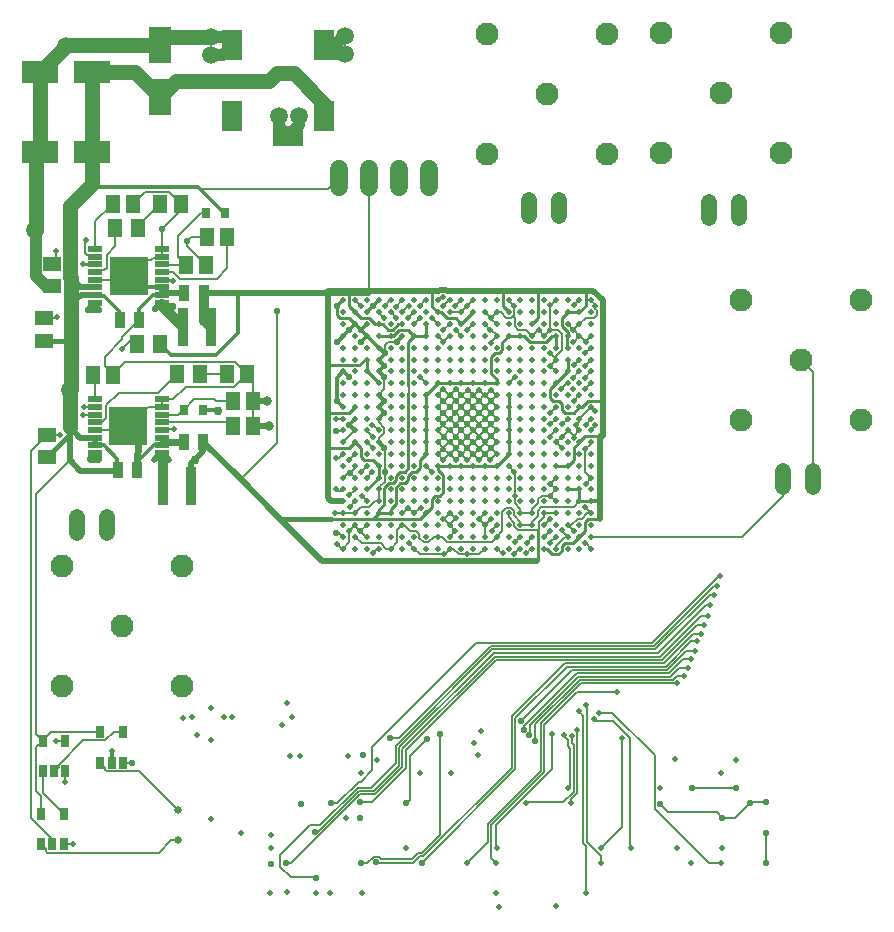
<source format=gbr>
G04 EAGLE Gerber RS-274X export*
G75*
%MOMM*%
%FSLAX34Y34*%
%LPD*%
%INTop Copper*%
%IPPOS*%
%AMOC8*
5,1,8,0,0,1.08239X$1,22.5*%
G01*
%ADD10C,1.943100*%
%ADD11R,1.300000X1.500000*%
%ADD12R,0.970000X1.470000*%
%ADD13R,0.690000X0.990000*%
%ADD14R,1.800000X2.500000*%
%ADD15R,2.500000X1.800000*%
%ADD16R,0.800000X0.950000*%
%ADD17R,1.500000X1.300000*%
%ADD18R,1.271900X0.581800*%
%ADD19R,3.300000X3.300000*%
%ADD20C,0.500000*%
%ADD21C,1.371600*%
%ADD22C,1.524000*%
%ADD23R,0.961800X3.341800*%
%ADD24R,1.850000X3.150000*%
%ADD25R,3.150000X1.850000*%
%ADD26C,0.508000*%
%ADD27C,0.609600*%
%ADD28C,0.304800*%
%ADD29C,0.553200*%
%ADD30C,1.500000*%
%ADD31C,0.825000*%
%ADD32C,0.203200*%
%ADD33C,0.503200*%
%ADD34C,1.016000*%
%ADD35C,0.127000*%
%ADD36C,0.254000*%
%ADD37C,1.270000*%
%ADD38C,0.750000*%
%ADD39C,0.406400*%
%ADD40C,0.152400*%
%ADD41C,0.675000*%
%ADD42C,0.812800*%


D10*
X585000Y732200D03*
X635800Y783000D03*
X534200Y783000D03*
X534200Y681400D03*
X635800Y681400D03*
X732200Y732900D03*
X783000Y783700D03*
X681400Y783700D03*
X681400Y682100D03*
X783000Y682100D03*
X800500Y506800D03*
X851300Y557600D03*
X749700Y557600D03*
X749700Y456000D03*
X851300Y456000D03*
D11*
X314100Y494800D03*
X331100Y494800D03*
X258000Y639100D03*
X275000Y639100D03*
X319000Y472300D03*
X336000Y472300D03*
X279500Y587400D03*
X296500Y587400D03*
D12*
X221800Y413700D03*
X238400Y413700D03*
X223400Y540700D03*
X240000Y540700D03*
X294200Y437400D03*
X277600Y437400D03*
X294900Y563200D03*
X278300Y563200D03*
D11*
X201000Y494500D03*
X218000Y494500D03*
X217700Y639100D03*
X234700Y639100D03*
X319100Y451100D03*
X336100Y451100D03*
X314400Y610600D03*
X297400Y610600D03*
D13*
X157000Y96800D03*
X166500Y96800D03*
X176000Y96800D03*
X176000Y122700D03*
X157000Y122700D03*
X207100Y165800D03*
X216600Y165800D03*
X226100Y165800D03*
X226100Y191700D03*
X207100Y191700D03*
X158300Y158600D03*
X167800Y158600D03*
X177300Y158600D03*
X177300Y184500D03*
X158300Y184500D03*
D14*
X396800Y713300D03*
X318800Y713300D03*
X396800Y773300D03*
X318800Y773300D03*
D15*
X365800Y696800D03*
D11*
X291200Y494900D03*
X272200Y494900D03*
X238900Y618300D03*
X219900Y618300D03*
D16*
X278300Y464200D03*
X294300Y464200D03*
X296400Y631300D03*
X312400Y631300D03*
D11*
X257500Y520500D03*
X238500Y520500D03*
D17*
X165900Y588400D03*
X165900Y569400D03*
X162000Y443600D03*
X162000Y424600D03*
X159700Y542100D03*
X159700Y523100D03*
D18*
X202583Y473650D03*
X202583Y467150D03*
X202583Y460650D03*
X202583Y454150D03*
X202583Y447650D03*
X202583Y441150D03*
X202583Y434650D03*
X202583Y428150D03*
X259017Y428150D03*
X259017Y434650D03*
X259017Y441150D03*
X259017Y447650D03*
X259017Y454150D03*
X259017Y460650D03*
X259017Y467150D03*
X259017Y473650D03*
D19*
X230800Y450900D03*
D20*
X412750Y557250D03*
X422750Y557250D03*
X432750Y557250D03*
X442750Y557250D03*
X452750Y557250D03*
X462750Y557250D03*
X472750Y557250D03*
X482750Y557250D03*
X492750Y557250D03*
X502750Y557250D03*
X512750Y557250D03*
X522750Y557250D03*
X532750Y557250D03*
X542750Y557250D03*
X552750Y557250D03*
X562750Y557250D03*
X572750Y557250D03*
X582750Y557250D03*
X592750Y557250D03*
X602750Y557250D03*
X612750Y557250D03*
X622750Y557250D03*
X412750Y547250D03*
X422750Y547250D03*
X432750Y547250D03*
X442750Y547250D03*
X452750Y547250D03*
X462750Y547250D03*
X472750Y547250D03*
X482750Y547250D03*
X492750Y547250D03*
X502750Y547250D03*
X512750Y547250D03*
X522750Y547250D03*
X532750Y547250D03*
X542750Y547250D03*
X552750Y547250D03*
X562750Y547250D03*
X572750Y547250D03*
X582750Y547250D03*
X592750Y547250D03*
X602750Y547250D03*
X612750Y547250D03*
X622750Y547250D03*
X412750Y537250D03*
X422750Y537250D03*
X432750Y537250D03*
X442750Y537250D03*
X452750Y537250D03*
X462750Y537250D03*
X472750Y537250D03*
X482750Y537250D03*
X492750Y537250D03*
X502750Y537250D03*
X512750Y537250D03*
X522750Y537250D03*
X532750Y537250D03*
X542750Y537250D03*
X552750Y537250D03*
X562750Y537250D03*
X572750Y537250D03*
X582750Y537250D03*
X592750Y537250D03*
X602750Y537250D03*
X612750Y537250D03*
X622750Y537250D03*
X412750Y527250D03*
X422750Y527250D03*
X432750Y527250D03*
X442750Y527250D03*
X452750Y527250D03*
X462750Y527250D03*
X472750Y527250D03*
X482750Y527250D03*
X492750Y527250D03*
X502750Y527250D03*
X512750Y527250D03*
X522750Y527250D03*
X532750Y527250D03*
X542750Y527250D03*
X552750Y527250D03*
X562750Y527250D03*
X572750Y527250D03*
X582750Y527250D03*
X592750Y527250D03*
X602750Y527250D03*
X612750Y527250D03*
X622750Y527250D03*
X412750Y517250D03*
X422750Y517250D03*
X432750Y517250D03*
X442750Y517250D03*
X452750Y517250D03*
X462750Y517250D03*
X472750Y517250D03*
X482750Y517250D03*
X492750Y517250D03*
X502750Y517250D03*
X512750Y517250D03*
X522750Y517250D03*
X532750Y517250D03*
X542750Y517250D03*
X552750Y517250D03*
X562750Y517250D03*
X572750Y517250D03*
X582750Y517250D03*
X592750Y517250D03*
X602750Y517250D03*
X612750Y517250D03*
X622750Y517250D03*
X412750Y507250D03*
X422750Y507250D03*
X432750Y507250D03*
X442750Y507250D03*
X452750Y507250D03*
X462750Y507250D03*
X472750Y507250D03*
X482750Y507250D03*
X492750Y507250D03*
X502750Y507250D03*
X512750Y507250D03*
X522750Y507250D03*
X532750Y507250D03*
X542750Y507250D03*
X552750Y507250D03*
X562750Y507250D03*
X572750Y507250D03*
X582750Y507250D03*
X592750Y507250D03*
X602750Y507250D03*
X612750Y507250D03*
X622750Y507250D03*
X412750Y497250D03*
X422750Y497250D03*
X432750Y497250D03*
X442750Y497250D03*
X452750Y497250D03*
X462750Y497250D03*
X472750Y497250D03*
X482750Y497250D03*
X492750Y497250D03*
X502750Y497250D03*
X512750Y497250D03*
X522750Y497250D03*
X532750Y497250D03*
X542750Y497250D03*
X552750Y497250D03*
X562750Y497250D03*
X572750Y497250D03*
X582750Y497250D03*
X592750Y497250D03*
X602750Y497250D03*
X612750Y497250D03*
X622750Y497250D03*
X412750Y487250D03*
X422750Y487250D03*
X432750Y487250D03*
X442750Y487250D03*
X452750Y487250D03*
X462750Y487250D03*
X472750Y487250D03*
X482750Y487250D03*
X492750Y487250D03*
X502750Y487250D03*
X512750Y487250D03*
X522750Y487250D03*
X532750Y487250D03*
X542750Y487250D03*
X552750Y487250D03*
X562750Y487250D03*
X572750Y487250D03*
X582750Y487250D03*
X592750Y487250D03*
X602750Y487250D03*
X612750Y487250D03*
X622750Y487250D03*
X412750Y477250D03*
X422750Y477250D03*
X432750Y477250D03*
X442750Y477250D03*
X452750Y477250D03*
X462750Y477250D03*
X472750Y477250D03*
X482750Y477250D03*
X492750Y477250D03*
X502750Y477250D03*
X512750Y477250D03*
X522750Y477250D03*
X532750Y477250D03*
X542750Y477250D03*
X552750Y477250D03*
X562750Y477250D03*
X572750Y477250D03*
X582750Y477250D03*
X592750Y477250D03*
X602750Y477250D03*
X612750Y477250D03*
X622750Y477250D03*
X412750Y467250D03*
X422750Y467250D03*
X432750Y467250D03*
X442750Y467250D03*
X452750Y467250D03*
X462750Y467250D03*
X472750Y467250D03*
X482750Y467250D03*
X492750Y467250D03*
X502750Y467250D03*
X512750Y467250D03*
X522750Y467250D03*
X532750Y467250D03*
X542750Y467250D03*
X552750Y467250D03*
X562750Y467250D03*
X572750Y467250D03*
X582750Y467250D03*
X592750Y467250D03*
X602750Y467250D03*
X612750Y467250D03*
X622750Y467250D03*
X412750Y457250D03*
X422750Y457250D03*
X432750Y457250D03*
X442750Y457250D03*
X452750Y457250D03*
X462750Y457250D03*
X472750Y457250D03*
X482750Y457250D03*
X492750Y457250D03*
X502750Y457250D03*
X512750Y457250D03*
X522750Y457250D03*
X532750Y457250D03*
X542750Y457250D03*
X552750Y457250D03*
X562750Y457250D03*
X572750Y457250D03*
X582750Y457250D03*
X592750Y457250D03*
X602750Y457250D03*
X612750Y457250D03*
X622750Y457250D03*
X412750Y447250D03*
X422750Y447250D03*
X432750Y447250D03*
X442750Y447250D03*
X452750Y447250D03*
X462750Y447250D03*
X472750Y447250D03*
X482750Y447250D03*
X492750Y447250D03*
X502750Y447250D03*
X512750Y447250D03*
X522750Y447250D03*
X532750Y447250D03*
X542750Y447250D03*
X552750Y447250D03*
X562750Y447250D03*
X572750Y447250D03*
X582750Y447250D03*
X592750Y447250D03*
X602750Y447250D03*
X612750Y447250D03*
X622750Y447250D03*
X412750Y437250D03*
X422750Y437250D03*
X432750Y437250D03*
X442750Y437250D03*
X452750Y437250D03*
X462750Y437250D03*
X472750Y437250D03*
X482750Y437250D03*
X492750Y437250D03*
X502750Y437250D03*
X512750Y437250D03*
X522750Y437250D03*
X532750Y437250D03*
X542750Y437250D03*
X552750Y437250D03*
X562750Y437250D03*
X572750Y437250D03*
X582750Y437250D03*
X592750Y437250D03*
X602750Y437250D03*
X612750Y437250D03*
X622750Y437250D03*
X412750Y427250D03*
X422750Y427250D03*
X432750Y427250D03*
X442750Y427250D03*
X452750Y427250D03*
X462750Y427250D03*
X472750Y427250D03*
X482750Y427250D03*
X492750Y427250D03*
X502750Y427250D03*
X512750Y427250D03*
X522750Y427250D03*
X532750Y427250D03*
X542750Y427250D03*
X552750Y427250D03*
X562750Y427250D03*
X572750Y427250D03*
X582750Y427250D03*
X592750Y427250D03*
X602750Y427250D03*
X612750Y427250D03*
X622750Y427250D03*
X412750Y417250D03*
X422750Y417250D03*
X432750Y417250D03*
X442750Y417250D03*
X452750Y417250D03*
X462750Y417250D03*
X472750Y417250D03*
X482750Y417250D03*
X492750Y417250D03*
X502750Y417250D03*
X512750Y417250D03*
X522750Y417250D03*
X532750Y417250D03*
X542750Y417250D03*
X552750Y417250D03*
X562750Y417250D03*
X572750Y417250D03*
X582750Y417250D03*
X592750Y417250D03*
X602750Y417250D03*
X612750Y417250D03*
X622750Y417250D03*
X412750Y407250D03*
X422750Y407250D03*
X432750Y407250D03*
X442750Y407250D03*
X452750Y407250D03*
X462750Y407250D03*
X472750Y407250D03*
X482750Y407250D03*
X492750Y407250D03*
X502750Y407250D03*
X512750Y407250D03*
X522750Y407250D03*
X532750Y407250D03*
X542750Y407250D03*
X552750Y407250D03*
X562750Y407250D03*
X572750Y407250D03*
X582750Y407250D03*
X592750Y407250D03*
X602750Y407250D03*
X612750Y407250D03*
X622750Y407250D03*
X412750Y397250D03*
X422750Y397250D03*
X432750Y397250D03*
X442750Y397250D03*
X452750Y397250D03*
X462750Y397250D03*
X472750Y397250D03*
X482750Y397250D03*
X492750Y397250D03*
X502750Y397250D03*
X512750Y397250D03*
X522750Y397250D03*
X532750Y397250D03*
X542750Y397250D03*
X552750Y397250D03*
X562750Y397250D03*
X572750Y397250D03*
X582750Y397250D03*
X592750Y397250D03*
X602750Y397250D03*
X612750Y397250D03*
X622750Y397250D03*
X412750Y387250D03*
X422750Y387250D03*
X432750Y387250D03*
X442750Y387250D03*
X452750Y387250D03*
X462750Y387250D03*
X472750Y387250D03*
X482750Y387250D03*
X492750Y387250D03*
X502750Y387250D03*
X512750Y387250D03*
X522750Y387250D03*
X532750Y387250D03*
X542750Y387250D03*
X552750Y387250D03*
X562750Y387250D03*
X572750Y387250D03*
X582750Y387250D03*
X592750Y387250D03*
X602750Y387250D03*
X612750Y387250D03*
X622750Y387250D03*
X412750Y377250D03*
X422750Y377250D03*
X432750Y377250D03*
X442750Y377250D03*
X452750Y377250D03*
X462750Y377250D03*
X472750Y377250D03*
X482750Y377250D03*
X492750Y377250D03*
X502750Y377250D03*
X512750Y377250D03*
X522750Y377250D03*
X532750Y377250D03*
X542750Y377250D03*
X552750Y377250D03*
X562750Y377250D03*
X572750Y377250D03*
X582750Y377250D03*
X592750Y377250D03*
X602750Y377250D03*
X612750Y377250D03*
X622750Y377250D03*
X412750Y367250D03*
X422750Y367250D03*
X432750Y367250D03*
X442750Y367250D03*
X452750Y367250D03*
X462750Y367250D03*
X472750Y367250D03*
X482750Y367250D03*
X492750Y367250D03*
X502750Y367250D03*
X512750Y367250D03*
X522750Y367250D03*
X532750Y367250D03*
X542750Y367250D03*
X552750Y367250D03*
X562750Y367250D03*
X572750Y367250D03*
X582750Y367250D03*
X592750Y367250D03*
X602750Y367250D03*
X612750Y367250D03*
X622750Y367250D03*
X412750Y357250D03*
X422750Y357250D03*
X432750Y357250D03*
X442750Y357250D03*
X452750Y357250D03*
X462750Y357250D03*
X472750Y357250D03*
X482750Y357250D03*
X492750Y357250D03*
X502750Y357250D03*
X512750Y357250D03*
X522750Y357250D03*
X532750Y357250D03*
X542750Y357250D03*
X552750Y357250D03*
X562750Y357250D03*
X572750Y357250D03*
X582750Y357250D03*
X592750Y357250D03*
X602750Y357250D03*
X612750Y357250D03*
X622750Y357250D03*
X412750Y347250D03*
X422750Y347250D03*
X432750Y347250D03*
X442750Y347250D03*
X452750Y347250D03*
X462750Y347250D03*
X472750Y347250D03*
X482750Y347250D03*
X492750Y347250D03*
X502750Y347250D03*
X512750Y347250D03*
X522750Y347250D03*
X532750Y347250D03*
X542750Y347250D03*
X552750Y347250D03*
X562750Y347250D03*
X572750Y347250D03*
X582750Y347250D03*
X592750Y347250D03*
X602750Y347250D03*
X612750Y347250D03*
X622750Y347250D03*
D18*
X202883Y600950D03*
X202883Y594450D03*
X202883Y587950D03*
X202883Y581450D03*
X202883Y574950D03*
X202883Y568450D03*
X202883Y561950D03*
X202883Y555450D03*
X259317Y555450D03*
X259317Y561950D03*
X259317Y568450D03*
X259317Y574950D03*
X259317Y581450D03*
X259317Y587950D03*
X259317Y594450D03*
X259317Y600950D03*
D19*
X231100Y578200D03*
D10*
X225800Y281500D03*
X276600Y332300D03*
X175000Y332300D03*
X175000Y230700D03*
X276600Y230700D03*
D21*
X212500Y360442D02*
X212500Y374158D01*
X187100Y374158D02*
X187100Y360442D01*
X785400Y399442D02*
X785400Y413158D01*
X810800Y413158D02*
X810800Y399442D01*
X722700Y627342D02*
X722700Y641058D01*
X748100Y641058D02*
X748100Y627342D01*
X570300Y629042D02*
X570300Y642758D01*
X595700Y642758D02*
X595700Y629042D01*
D22*
X485500Y653180D02*
X485500Y668420D01*
X460100Y668420D02*
X460100Y653180D01*
X434700Y653180D02*
X434700Y668420D01*
X409300Y668420D02*
X409300Y653180D01*
D23*
X260450Y400000D03*
X284150Y400000D03*
X277050Y534600D03*
X300750Y534600D03*
D24*
X258000Y729500D03*
X258000Y773500D03*
D25*
X199900Y750800D03*
X155900Y750800D03*
X200200Y683100D03*
X156200Y683100D03*
D26*
X260567Y563200D02*
X278300Y563200D01*
X260567Y563200D02*
X259790Y562423D01*
X259317Y562423D01*
X259317Y567977D01*
D27*
X262767Y437400D02*
X277600Y437400D01*
D28*
X259017Y434650D02*
X252250Y434650D01*
X238600Y421000D01*
X238400Y413700D01*
D27*
X238600Y443100D01*
X230800Y450900D01*
X241350Y440350D01*
D29*
X217900Y463800D03*
X244000Y463800D03*
X217600Y455700D03*
X217700Y447200D03*
X218100Y439200D03*
X243800Y438600D03*
X243500Y446600D03*
X243700Y454700D03*
X235600Y454900D03*
X226400Y455300D03*
X225800Y447500D03*
X235200Y447000D03*
X226000Y439500D03*
X234700Y439400D03*
X226700Y463800D03*
X235500Y463700D03*
X218200Y591200D03*
X244400Y591500D03*
X218400Y567100D03*
X244000Y567000D03*
X226400Y591200D03*
X234900Y591100D03*
X218200Y583800D03*
X218200Y575300D03*
X243900Y575200D03*
X243700Y583000D03*
X234800Y582800D03*
X226500Y583300D03*
X226300Y575200D03*
X234800Y575100D03*
X234900Y566700D03*
X226700Y566700D03*
D28*
X240200Y550400D02*
X251750Y561950D01*
X240200Y550400D02*
X240000Y540700D01*
X251750Y561950D02*
X259317Y561950D01*
D30*
X301100Y780100D03*
X300700Y765400D03*
X414200Y781400D03*
X414100Y765800D03*
X358700Y713200D03*
X374900Y713600D03*
X152100Y617200D03*
D31*
X349700Y451200D03*
D32*
X217250Y447650D02*
X202583Y447650D01*
X217250Y447650D02*
X217700Y447200D01*
X321100Y504800D02*
X331100Y494800D01*
X321100Y504800D02*
X228300Y504800D01*
X218000Y494500D01*
X322886Y486586D02*
X331100Y494800D01*
X322886Y486586D02*
X322886Y486353D01*
X279353Y483986D02*
X269017Y473650D01*
X259017Y473650D01*
X320519Y483986D02*
X322886Y486353D01*
X320519Y483986D02*
X279353Y483986D01*
X259017Y473650D02*
X259017Y467150D01*
X247350Y467150D01*
X244000Y463800D01*
D29*
X407400Y552400D03*
X437800Y552200D03*
X427600Y532300D03*
X417900Y532300D03*
X407500Y522500D03*
X427600Y522200D03*
X447800Y512600D03*
X458000Y522300D03*
X447600Y502200D03*
X447600Y492400D03*
X407400Y472300D03*
X447500Y472000D03*
X447200Y462100D03*
X447500Y432300D03*
X417700Y452100D03*
X418300Y410900D03*
X447900Y412000D03*
D33*
X405700Y377100D03*
X417900Y361900D03*
X427200Y361800D03*
X407700Y351100D03*
X468000Y351900D03*
X497500Y560300D03*
X497400Y522400D03*
X517900Y552300D03*
X537500Y542200D03*
X557200Y552700D03*
X537400Y532600D03*
X537500Y521300D03*
X578100Y532100D03*
X587400Y532000D03*
X588200Y553100D03*
X607500Y532200D03*
X626300Y552300D03*
X607500Y522500D03*
X618100Y522300D03*
X617500Y491800D03*
X587900Y512400D03*
X587800Y502200D03*
X626300Y463800D03*
X609800Y451600D03*
X587900Y462000D03*
X607800Y441200D03*
X597600Y441700D03*
X617800Y431100D03*
X597600Y432200D03*
X587600Y402100D03*
X587500Y392000D03*
X618000Y402200D03*
X617700Y382300D03*
X597900Y362700D03*
X617600Y351900D03*
X607700Y362100D03*
X557700Y343000D03*
X538100Y372300D03*
X517800Y342900D03*
X527600Y372400D03*
X497300Y372300D03*
X507800Y372800D03*
X507500Y362300D03*
X497700Y343000D03*
X557900Y392100D03*
X477700Y492100D03*
X557900Y492300D03*
X557700Y412300D03*
X487700Y412300D03*
X497600Y472400D03*
X508000Y472200D03*
X518000Y472100D03*
X527400Y472200D03*
X537800Y472200D03*
X537600Y462200D03*
X537900Y452300D03*
X537800Y442400D03*
X537500Y432400D03*
X537400Y422600D03*
X527800Y431800D03*
X527600Y422200D03*
X517600Y422500D03*
X507900Y422300D03*
X537800Y481700D03*
X527800Y481700D03*
X527900Y462400D03*
X527900Y452100D03*
X527700Y441900D03*
X517900Y432100D03*
X508100Y432200D03*
X517900Y442100D03*
X517700Y452300D03*
X517700Y462100D03*
X518000Y481800D03*
X508000Y481900D03*
X507600Y462200D03*
X508100Y451900D03*
X507900Y441800D03*
X497600Y431600D03*
X497500Y422500D03*
X497700Y442000D03*
X497500Y452600D03*
X497500Y462100D03*
X497500Y481900D03*
D29*
X417600Y492500D03*
D33*
X478200Y381900D03*
X467800Y381900D03*
X437700Y343300D03*
D31*
X348100Y472400D03*
D32*
X217850Y574950D02*
X202883Y574950D01*
X217850Y574950D02*
X218200Y575300D01*
X275000Y639100D02*
X265200Y648900D01*
X244500Y648900D02*
X234700Y639100D01*
X244500Y648900D02*
X265200Y648900D01*
X275000Y639100D02*
X275000Y635200D01*
X259317Y594450D02*
X258012Y593145D01*
X252011Y593145D01*
X250366Y591500D02*
X244400Y591500D01*
X250366Y591500D02*
X252011Y593145D01*
D28*
X245450Y568450D02*
X259317Y568450D01*
X245450Y568450D02*
X244000Y567000D01*
D34*
X301100Y780100D02*
X312000Y780100D01*
X318800Y773300D01*
X310900Y765400D02*
X300700Y765400D01*
X310900Y765400D02*
X318800Y773300D01*
X406100Y773300D02*
X414200Y781400D01*
X406100Y773300D02*
X396800Y773300D01*
X404300Y765800D02*
X414100Y765800D01*
X404300Y765800D02*
X396800Y773300D01*
X374900Y713600D02*
X374900Y705900D01*
X365800Y696800D01*
X358700Y703900D02*
X358700Y713200D01*
X358700Y703900D02*
X365800Y696800D01*
X165900Y569400D02*
X160920Y569400D01*
X152300Y578020D01*
X152300Y617000D02*
X152100Y617200D01*
X152300Y617000D02*
X152300Y578020D01*
D26*
X349600Y451100D02*
X349700Y451200D01*
X349600Y451100D02*
X336100Y451100D01*
X348000Y472300D02*
X348100Y472400D01*
X348000Y472300D02*
X336000Y472300D01*
D28*
X407400Y552400D02*
X412250Y557250D01*
X412750Y557250D01*
X422750Y537150D02*
X417900Y532300D01*
X422750Y537150D02*
X422750Y537250D01*
X422750Y537150D02*
X427600Y532300D01*
X432550Y537250D01*
X432750Y537250D01*
X427700Y532300D02*
X427600Y532300D01*
X427700Y532300D02*
X432750Y527250D01*
X427700Y522200D02*
X427600Y522200D01*
X427700Y522200D02*
X432750Y527250D01*
X412850Y527250D02*
X412750Y527250D01*
X412850Y527250D02*
X417900Y532300D01*
X412750Y527250D02*
X408000Y522500D01*
X407500Y522500D01*
X437800Y552300D02*
X442750Y557250D01*
X437800Y552300D02*
X437800Y552200D01*
X432850Y547250D01*
X432750Y547250D01*
X432750Y527250D02*
X442750Y517250D01*
X443150Y517250D01*
X447800Y512600D01*
X447800Y512300D01*
X442750Y507250D01*
X442750Y507050D01*
X447600Y502200D01*
X447600Y502100D01*
X442750Y497250D01*
X447600Y492400D01*
X442750Y457650D02*
X442750Y457250D01*
X442750Y457650D02*
X447200Y462100D01*
X447200Y462800D01*
X442750Y467250D01*
X447500Y472000D01*
X447500Y472500D01*
X442750Y477250D01*
X407700Y472300D02*
X407400Y472300D01*
X407700Y472300D02*
X412750Y467250D01*
X412750Y497250D02*
X412850Y497250D01*
X417600Y492500D01*
X417700Y452200D02*
X417700Y452100D01*
X417700Y452200D02*
X422750Y457250D01*
X417900Y452100D02*
X417700Y452100D01*
X417900Y452100D02*
X422750Y447250D01*
X442750Y437050D02*
X447500Y432300D01*
X442750Y437050D02*
X442750Y437250D01*
D35*
X592750Y349250D02*
X592750Y347250D01*
X592750Y349250D02*
X600750Y357250D01*
X602750Y357250D01*
X607600Y362100D02*
X607700Y362100D01*
X617600Y351900D02*
X618100Y351900D01*
X622750Y347250D01*
D32*
X607700Y362300D02*
X602750Y367250D01*
D35*
X607700Y362300D02*
X607700Y362100D01*
X602750Y357250D02*
X597900Y362100D01*
X597900Y362700D01*
X602450Y367250D02*
X602750Y367250D01*
D32*
X617700Y382300D02*
X622750Y377250D01*
D28*
X462750Y527050D02*
X462750Y527250D01*
X462750Y527050D02*
X458000Y522300D01*
D32*
X492750Y557250D02*
X495800Y560300D01*
X497500Y560300D01*
X502750Y547250D02*
X512750Y547250D01*
X517800Y552300D01*
X517900Y552300D01*
X517900Y552400D01*
X522750Y557250D01*
X532750Y547250D02*
X537500Y542500D01*
X537500Y542200D01*
X538000Y542500D02*
X542750Y547250D01*
X538000Y542500D02*
X537500Y542500D01*
X538000Y542000D02*
X542750Y537250D01*
X538000Y542000D02*
X538000Y542500D01*
X538100Y532600D02*
X537400Y532600D01*
X532750Y537250D01*
X532750Y537450D01*
X502250Y527250D02*
X497400Y522400D01*
X502250Y527250D02*
X502750Y527250D01*
X497400Y522600D02*
X497400Y522400D01*
X497400Y522600D02*
X492750Y527250D01*
X552750Y557150D02*
X557200Y552700D01*
X552750Y557150D02*
X552750Y557250D01*
X577600Y532100D02*
X572750Y527250D01*
X577600Y532100D02*
X578100Y532100D01*
X582750Y527450D01*
X582750Y527250D01*
X582750Y527350D01*
X587400Y532000D01*
X587400Y535132D01*
X587536Y535268D01*
X587536Y552436D02*
X588200Y553100D01*
X587536Y552436D02*
X587536Y535268D01*
X588200Y553100D02*
X588600Y553100D01*
X592750Y557250D01*
X622750Y557250D02*
X626300Y553700D01*
X626300Y552300D01*
X607500Y532500D02*
X602750Y537250D01*
X607500Y532500D02*
X607500Y532200D01*
X612550Y537250D01*
X612750Y537250D01*
X607800Y532200D02*
X607500Y532200D01*
X607800Y532200D02*
X612750Y527250D01*
X608000Y522500D01*
X607500Y522500D01*
X612750Y527250D02*
X613150Y527250D01*
X618100Y522300D01*
X618100Y522600D01*
X622750Y527250D01*
X592750Y507550D02*
X587900Y512400D01*
X592750Y507550D02*
X592750Y507250D01*
X592750Y507150D01*
X587800Y502200D01*
X592750Y497250D01*
X617500Y492000D02*
X617500Y491800D01*
X617500Y492000D02*
X622750Y497250D01*
X622750Y467350D02*
X626300Y463800D01*
X622750Y466150D02*
X622750Y467250D01*
X622750Y467350D01*
X621650Y466150D02*
X612750Y457250D01*
X621650Y466150D02*
X622750Y466150D01*
X592750Y466850D02*
X587900Y462000D01*
X592750Y466850D02*
X592750Y467250D01*
X612750Y457250D02*
X612750Y454550D01*
X609800Y451600D01*
X609800Y450200D01*
X612750Y447250D01*
X607800Y442300D02*
X607800Y441200D01*
X607800Y442300D02*
X612750Y447250D01*
X607800Y442200D02*
X607800Y441200D01*
X607800Y442200D02*
X602750Y447250D01*
X602750Y446850D02*
X597600Y441700D01*
X602750Y446850D02*
X602750Y447250D01*
X597600Y441700D02*
X593150Y437250D01*
X592750Y437250D01*
X597600Y432400D01*
X597600Y432200D01*
X617800Y431100D02*
X622750Y436050D01*
X622750Y437250D01*
X622750Y406950D02*
X618000Y402200D01*
X622750Y406950D02*
X622750Y407250D01*
X617800Y412200D01*
X617800Y431100D01*
X592750Y407250D02*
X587600Y402100D01*
X587900Y402100D01*
X592750Y397250D01*
X587500Y392000D01*
X588000Y392000D01*
X592750Y387250D01*
X572802Y377302D02*
X572750Y377250D01*
X572802Y377302D02*
X572802Y380503D01*
X577964Y389232D02*
X580768Y392036D01*
X584732Y392036D01*
X584768Y392000D01*
X587500Y392000D01*
X577964Y389232D02*
X577964Y385665D01*
X572802Y380503D01*
X619319Y377230D02*
X622730Y377230D01*
X622750Y377250D01*
X605982Y367250D02*
X602750Y367250D01*
X614725Y372636D02*
X619319Y377230D01*
X611368Y372636D02*
X605982Y367250D01*
X611368Y372636D02*
X614725Y372636D01*
X561950Y347250D02*
X557700Y343000D01*
X561950Y347250D02*
X562750Y347250D01*
X538100Y372300D02*
X533050Y367250D01*
X532750Y367250D01*
X527600Y372400D01*
X527900Y372400D01*
X532750Y377250D01*
X562750Y377250D02*
X562750Y380570D01*
X557900Y385420D01*
X557900Y392100D01*
X557900Y412100D01*
X557700Y412300D01*
X552750Y417250D01*
X487700Y412300D02*
X482750Y417250D01*
X537400Y422600D02*
X542050Y427250D01*
X542750Y427250D01*
X542650Y427250D01*
X537500Y432400D01*
X537900Y432400D01*
X542750Y437250D01*
X537800Y442200D01*
X537800Y442400D01*
X542650Y447250D01*
X542750Y447250D01*
X537900Y452100D01*
X537900Y452300D01*
X537900Y452400D01*
X542750Y457250D01*
X542550Y457250D01*
X537600Y462200D01*
X537700Y462200D01*
X537750Y462250D01*
X542750Y467250D01*
X537800Y472200D01*
X537800Y472300D01*
X542750Y477250D01*
X542250Y477250D01*
X537800Y481700D01*
X533350Y477250D01*
X532750Y477250D01*
X537800Y472200D01*
X532850Y467250D01*
X532750Y467250D01*
X537750Y462250D01*
X537600Y462200D02*
X537600Y462100D01*
X532750Y457250D01*
X533050Y457250D01*
X537900Y452400D01*
X537900Y452300D02*
X532850Y447250D01*
X532750Y447250D01*
X537800Y442200D01*
X537800Y442300D02*
X537800Y442400D01*
X537800Y442300D02*
X532750Y437250D01*
X532750Y477250D02*
X532250Y477250D01*
X527800Y481700D01*
X523350Y477250D01*
X522750Y477250D01*
X522550Y477250D01*
X518000Y481800D01*
X513450Y477250D01*
X512750Y477250D01*
X512650Y477250D01*
X508000Y481900D01*
X503350Y477250D01*
X502750Y477250D01*
X502150Y477250D01*
X497500Y481900D01*
X492850Y477250D01*
X492750Y477250D01*
X497600Y472400D01*
X497600Y472100D01*
X492750Y467250D01*
X492750Y466850D01*
X497500Y462100D01*
X497500Y462000D01*
X492750Y457250D01*
X492850Y457250D01*
X497500Y452600D01*
X497500Y452000D01*
X492750Y447250D01*
X492750Y446950D01*
X497700Y442000D01*
X492950Y437250D01*
X492750Y437250D01*
X497600Y432400D01*
X497600Y431600D02*
X493250Y427250D01*
X492750Y427250D01*
X497500Y422500D01*
X502250Y427250D01*
X502750Y427250D01*
X502950Y427250D01*
X507900Y422300D01*
X507900Y422400D01*
X512750Y427250D01*
X512850Y427250D01*
X517600Y422500D01*
X518000Y422500D01*
X522750Y427250D01*
X527600Y422400D01*
X527600Y422200D01*
X532650Y427250D01*
X532750Y427250D01*
X537400Y422600D01*
X528200Y431800D02*
X527800Y431800D01*
X528200Y431800D02*
X532750Y427250D01*
X527800Y431800D02*
X532750Y436750D01*
X532750Y437250D01*
X537500Y432000D02*
X532750Y427250D01*
X537500Y432000D02*
X537500Y432400D01*
X533150Y436750D01*
X532750Y436750D01*
X532750Y437250D02*
X528100Y441900D01*
X527700Y441900D01*
X527700Y442200D01*
X532750Y447250D01*
X527900Y452100D01*
X527900Y452400D01*
X532750Y457250D01*
X532750Y457550D01*
X527900Y462400D01*
X532750Y467250D01*
X532350Y467250D01*
X527400Y472200D01*
X527400Y472400D01*
X532250Y477250D01*
X477900Y492100D02*
X477700Y492100D01*
X477900Y492100D02*
X482750Y487250D01*
X552750Y487250D02*
X552850Y487250D01*
X557900Y492300D01*
X527400Y472200D02*
X523350Y476250D01*
X523350Y477250D01*
X522750Y477250D02*
X522750Y476850D01*
X518000Y472100D01*
X512850Y477250D01*
X512750Y477250D01*
X508000Y472500D01*
X508000Y472200D01*
X502950Y477250D01*
X502750Y477250D01*
X497900Y472400D01*
X497600Y472400D01*
X502750Y467250D01*
X507700Y472200D01*
X508000Y472200D01*
X512750Y467450D01*
X512750Y467250D01*
X517600Y472100D01*
X518000Y472100D01*
X522750Y467350D01*
X522750Y467250D01*
X522750Y467550D01*
X527400Y472200D01*
X527600Y462400D02*
X527900Y462400D01*
X527600Y462400D02*
X522750Y467250D01*
X522750Y467150D01*
X517700Y462100D01*
X517700Y462300D01*
X512750Y467250D01*
X507700Y462200D01*
X507600Y462200D01*
X502750Y467050D01*
X502750Y467250D01*
X497600Y462100D01*
X497500Y462100D01*
X502350Y457250D01*
X502750Y457250D01*
X507700Y462200D01*
X507600Y462200D02*
X507800Y462200D01*
X512750Y457250D01*
X512850Y457250D01*
X517700Y462100D01*
X517900Y462100D01*
X522750Y457250D01*
X527900Y462400D01*
X502150Y457250D02*
X497500Y452600D01*
X502150Y457250D02*
X502350Y457250D01*
X502750Y457250D02*
X508100Y451900D01*
X508100Y452600D01*
X512750Y457250D01*
X517700Y452300D01*
X517800Y452300D01*
X522750Y457250D01*
X523050Y457250D01*
X527900Y452400D01*
X527900Y452100D02*
X523050Y447250D01*
X522750Y447250D01*
X517700Y452300D01*
X517700Y452200D01*
X512750Y447250D01*
X508100Y451900D01*
X503450Y447250D01*
X502750Y447250D01*
X502250Y447250D01*
X497500Y452000D01*
X497700Y442700D02*
X497700Y442000D01*
X497700Y442700D02*
X502250Y447250D01*
X502750Y447250D02*
X507900Y442100D01*
X507900Y441800D01*
X507900Y442400D01*
X512750Y447250D01*
X517900Y442100D01*
X523050Y447250D01*
X522750Y447250D02*
X527700Y442300D01*
X527700Y441900D01*
X523050Y437250D01*
X522750Y437250D01*
X517900Y442100D01*
X513050Y437250D01*
X512750Y437250D01*
X512450Y437250D01*
X507900Y441800D01*
X503350Y437250D01*
X502750Y437250D01*
X502450Y437250D01*
X497700Y442000D01*
X497600Y432400D02*
X497600Y431600D01*
X497600Y432400D02*
X502450Y437250D01*
X502750Y437250D02*
X503050Y437250D01*
X508100Y432200D01*
X508100Y432600D01*
X512750Y437250D01*
X517900Y432100D01*
X517900Y432400D01*
X522750Y437250D01*
X528200Y431800D01*
X527800Y431800D02*
X523250Y427250D01*
X522750Y427250D01*
X517900Y432100D01*
X513050Y427250D01*
X512750Y427250D01*
X508100Y431900D01*
X508100Y432200D01*
X503150Y427250D01*
X502750Y427250D01*
X501950Y427250D01*
X497600Y431600D01*
X562750Y377250D02*
X572750Y377250D01*
X520768Y342464D02*
X520332Y342900D01*
X517800Y342900D01*
X527964Y342464D02*
X532750Y347250D01*
X527964Y342464D02*
X520768Y342464D01*
X532750Y357250D02*
X532750Y366950D01*
X533050Y367250D01*
X507800Y372800D02*
X507200Y372800D01*
X502750Y377250D01*
X497800Y372300D01*
X497300Y372300D01*
X497700Y372300D01*
X502750Y367250D01*
X502750Y367750D01*
X507800Y372800D01*
X502750Y367250D02*
X507500Y362500D01*
X507500Y362300D01*
X507500Y362000D01*
X502750Y357250D01*
X510768Y342464D02*
X514732Y342464D01*
X505982Y347250D02*
X502750Y347250D01*
X514732Y342464D02*
X515168Y342900D01*
X517800Y342900D01*
X510768Y342464D02*
X505982Y347250D01*
X502750Y347250D02*
X498500Y343000D01*
X497700Y343000D01*
X495268Y343000D01*
X494732Y342464D01*
X477536Y342464D01*
X472750Y347250D01*
X472650Y347250D01*
X468000Y351900D01*
X477400Y381900D02*
X478200Y381900D01*
X477400Y381900D02*
X472750Y377250D01*
X472450Y377250D01*
X467800Y381900D01*
X463150Y377250D01*
X462750Y377250D01*
X441650Y347250D02*
X437700Y343300D01*
X441650Y347250D02*
X442750Y347250D01*
X432750Y357250D02*
X431750Y357250D01*
X427200Y361800D01*
X427300Y361800D01*
X432750Y367250D01*
X427200Y361800D02*
X422750Y366250D01*
X422750Y367250D01*
X422750Y366750D01*
X417900Y361900D01*
X412750Y347250D02*
X411550Y347250D01*
X407700Y351100D01*
X412750Y347250D02*
X417900Y352400D01*
X417900Y361900D01*
X412750Y377250D02*
X405850Y377250D01*
X405700Y377100D01*
X412750Y377250D02*
X422750Y377250D01*
X412750Y407250D02*
X416400Y410900D01*
X418300Y410900D01*
X419100Y410900D01*
X422750Y407250D01*
X418300Y410900D02*
X422750Y415350D01*
X422750Y417250D01*
X442750Y397250D02*
X444234Y398734D01*
X444234Y400172D01*
X447900Y403838D01*
X447900Y412000D01*
X447900Y431900D01*
X447500Y432300D01*
X422750Y447250D02*
X412750Y437250D01*
X447536Y445268D02*
X447536Y449232D01*
X442750Y440482D02*
X442750Y437250D01*
X442750Y454018D02*
X442750Y457250D01*
X447536Y445268D02*
X442750Y440482D01*
X447536Y449232D02*
X442750Y454018D01*
X412750Y497218D02*
X412750Y497250D01*
D28*
X412750Y497218D02*
X407364Y491832D01*
D32*
X407364Y472336D02*
X407400Y472300D01*
D28*
X407364Y472336D02*
X407364Y491832D01*
D32*
X442750Y477250D02*
X447600Y482100D01*
X447600Y492400D01*
X422750Y537250D02*
X422550Y537250D01*
D36*
X410368Y542264D02*
X407464Y545168D01*
D32*
X407464Y552336D02*
X407400Y552400D01*
D36*
X417536Y542264D02*
X422550Y537250D01*
X407464Y545168D02*
X407464Y552336D01*
X410368Y542264D02*
X417536Y542264D01*
D32*
X447800Y512600D02*
X447964Y512764D01*
X447964Y519232D01*
X451032Y522300D01*
X458000Y522300D01*
X537500Y522000D02*
X537500Y521300D01*
X537500Y522000D02*
X542750Y527250D01*
X542750Y527950D01*
X538100Y532600D01*
X550768Y542464D02*
X554732Y542464D01*
X556134Y543866D01*
X557536Y545268D01*
X557536Y549232D01*
X545982Y547250D02*
X542750Y547250D01*
X557200Y549568D02*
X557536Y549232D01*
X557200Y549568D02*
X557200Y552700D01*
X550768Y542464D02*
X545982Y547250D01*
X557964Y535268D02*
X560768Y532464D01*
X567536Y532464D02*
X572750Y527250D01*
X557964Y542036D02*
X556134Y543866D01*
X560768Y532464D02*
X567536Y532464D01*
X557964Y535268D02*
X557964Y542036D01*
X590768Y532036D02*
X594732Y532036D01*
X597536Y529232D01*
X590732Y532000D02*
X587400Y532000D01*
X590732Y532000D02*
X590768Y532036D01*
X592750Y510482D02*
X592750Y507250D01*
X592750Y510482D02*
X597536Y515268D01*
X597536Y529232D01*
X624732Y542464D02*
X627536Y545268D01*
X627536Y549232D01*
X617964Y542464D02*
X612750Y537250D01*
X626300Y550468D02*
X627536Y549232D01*
X624732Y542464D02*
X617964Y542464D01*
X626300Y550468D02*
X626300Y552300D01*
X427964Y382464D02*
X422750Y377250D01*
X439518Y387250D02*
X442750Y387250D01*
X434732Y382464D02*
X427964Y382464D01*
X434732Y382464D02*
X439518Y387250D01*
X442750Y387250D02*
X442750Y397250D01*
X240000Y540700D02*
X225500Y526000D01*
X225500Y524400D01*
X210700Y509600D01*
X210700Y501800D01*
X218000Y494500D01*
X331100Y494800D02*
X336000Y489900D01*
X336000Y472300D01*
X336100Y472200D01*
X336100Y451100D01*
D29*
X234300Y165300D03*
D32*
X233800Y165800D02*
X226100Y165800D01*
X233800Y165800D02*
X234300Y165300D01*
D33*
X183900Y96800D03*
X177100Y149600D03*
D32*
X177100Y158400D01*
X177300Y158600D01*
X176000Y96800D02*
X183900Y96800D01*
D28*
X259017Y434650D02*
X261767Y437400D01*
X262767Y437400D01*
X259017Y434650D02*
X259017Y441150D01*
D29*
X259500Y618200D03*
X280700Y607300D03*
D32*
X259317Y600950D02*
X259317Y594450D01*
X259317Y600950D02*
X259317Y618017D01*
X259500Y618200D01*
X275000Y633700D01*
X275000Y639100D01*
X284000Y610600D02*
X280700Y607300D01*
X284000Y610600D02*
X297400Y610600D01*
X280700Y603200D02*
X296500Y587400D01*
X280700Y603200D02*
X280700Y607300D01*
D37*
X258000Y773500D02*
X178600Y773500D01*
X155900Y750800D01*
X155900Y683400D01*
X156200Y683100D01*
X152300Y679200D01*
X152300Y617000D01*
X264600Y780100D02*
X301100Y780100D01*
X264600Y780100D02*
X258000Y773500D01*
D30*
X178400Y772900D03*
D29*
X707600Y144200D03*
X745100Y144400D03*
D35*
X707800Y144400D01*
X707600Y144200D01*
D29*
X681100Y130600D03*
X733200Y119400D03*
X757100Y132100D03*
X771000Y132300D03*
D35*
X687900Y123800D02*
X681100Y130600D01*
X728800Y123800D02*
X733200Y119400D01*
X728800Y123800D02*
X687900Y123800D01*
X733200Y119400D02*
X744400Y119400D01*
X757100Y132100D01*
X758100Y132100D02*
X758300Y132300D01*
X758100Y132100D02*
X757100Y132100D01*
X758300Y132300D02*
X771000Y132300D01*
D28*
X221800Y413700D02*
X221600Y423149D01*
X210099Y434650D01*
X202583Y434650D01*
X203680Y561153D02*
X210400Y561153D01*
X203680Y561153D02*
X202883Y561950D01*
X223200Y548353D02*
X223400Y540700D01*
X223200Y548353D02*
X210400Y561153D01*
D37*
X181304Y577300D02*
X181304Y637300D01*
X182604Y576000D02*
X182604Y554000D01*
D26*
X190154Y568450D02*
X202883Y568450D01*
X190154Y568450D02*
X182604Y576000D01*
X181304Y577300D01*
X190554Y561950D02*
X202883Y561950D01*
X190554Y561950D02*
X182604Y554000D01*
X221800Y413700D02*
X220931Y413031D01*
D32*
X181300Y422000D02*
X181300Y449900D01*
X181300Y422000D02*
X152800Y393500D01*
X152800Y190000D01*
D30*
X181600Y481400D03*
D38*
X306700Y464000D03*
D28*
X312151Y631300D02*
X312400Y631300D01*
X312151Y631300D02*
X291726Y651726D01*
X290014Y653438D01*
X200562Y653438D01*
D37*
X396400Y713700D02*
X396800Y713300D01*
X396400Y713700D02*
X396400Y723900D01*
X370676Y749625D01*
D39*
X181300Y449900D02*
X181300Y443900D01*
X162000Y424600D01*
D26*
X190069Y413031D02*
X220931Y413031D01*
X181300Y421800D02*
X181300Y449900D01*
X181300Y421800D02*
X190069Y413031D01*
X202583Y434650D02*
X202583Y441150D01*
X190050Y441150D01*
X181300Y449900D01*
D37*
X182604Y529600D02*
X182604Y554000D01*
X182604Y529600D02*
X182604Y482404D01*
X181600Y481400D01*
X181300Y481100D01*
X181300Y449900D01*
D39*
X176104Y523100D02*
X159700Y523100D01*
X176104Y523100D02*
X182604Y529600D01*
D32*
X152800Y190000D02*
X158300Y184500D01*
X165500Y191700D01*
X207100Y191700D01*
X157000Y137389D02*
X157000Y122700D01*
X157000Y137389D02*
X152818Y141571D01*
X152818Y179018D01*
X158300Y184500D01*
D28*
X294300Y464200D02*
X306500Y464200D01*
X306700Y464000D01*
D35*
X291726Y651726D02*
X400126Y651726D01*
X404100Y655600D02*
X409300Y660800D01*
X404100Y655600D02*
X404000Y655600D01*
X400126Y651726D01*
D37*
X349700Y742900D02*
X356425Y749625D01*
X349700Y742900D02*
X271400Y742900D01*
X258000Y729500D01*
X356425Y749625D02*
X370676Y749625D01*
X258000Y729500D02*
X236700Y750800D01*
X199900Y750800D01*
X200200Y750500D01*
X200200Y683100D01*
X200200Y656197D01*
X181304Y637300D01*
D35*
X622750Y357250D02*
X750650Y357250D01*
X785400Y392000D02*
X785400Y406300D01*
X785400Y392000D02*
X750650Y357250D01*
D33*
X608100Y553200D03*
D40*
X612150Y557250D02*
X612750Y557250D01*
X612150Y557250D02*
X608100Y553200D01*
D33*
X169800Y184300D03*
D40*
X170000Y184500D01*
X177300Y184500D01*
D33*
X269200Y448400D03*
D40*
X259767Y448400D02*
X259017Y447650D01*
X259767Y448400D02*
X269200Y448400D01*
D33*
X538300Y362300D03*
D40*
X538300Y362800D01*
X542750Y367250D01*
D33*
X441700Y168600D03*
X587600Y371900D03*
D40*
X587400Y371900D02*
X582750Y367250D01*
X587400Y371900D02*
X587600Y371900D01*
D33*
X504100Y157600D03*
X588000Y362500D03*
D40*
X582750Y357250D01*
D33*
X693300Y169300D03*
X588000Y352000D03*
D40*
X588000Y352500D01*
X592750Y357250D01*
D33*
X745100Y168300D03*
X568100Y352200D03*
D40*
X572750Y356850D01*
X572750Y357250D01*
D33*
X427800Y157300D03*
X558300Y352500D03*
D40*
X562750Y356950D01*
X562750Y357250D01*
D33*
X523400Y182648D03*
X477900Y157000D03*
X567800Y343200D03*
D40*
X571850Y347250D01*
X572750Y347250D01*
D33*
X527200Y172800D03*
X681300Y144300D03*
X547800Y343100D03*
D40*
X546900Y343100D01*
X542750Y347250D01*
D33*
X529616Y192484D03*
X732600Y157000D03*
X497600Y532100D03*
D40*
X502750Y537250D01*
D33*
X701400Y239300D03*
D40*
X695120Y239300D01*
X691764Y235944D01*
X612793Y235944D01*
X575500Y198651D02*
X575500Y183900D01*
X575102Y183900D01*
D29*
X575102Y183900D03*
D40*
X575500Y198651D02*
X612793Y235944D01*
D29*
X427300Y119200D03*
X351650Y80150D03*
D33*
X468400Y552400D03*
D40*
X467900Y552400D02*
X462750Y547250D01*
X467900Y552400D02*
X468400Y552400D01*
D33*
X723050Y299250D03*
D40*
X719650Y299250D01*
X679396Y258996D02*
X540134Y258996D01*
X679396Y258996D02*
X719650Y299250D01*
X438791Y142094D02*
X426043Y142094D01*
X391349Y107400D01*
X388515Y107400D02*
X388507Y107393D01*
D29*
X388507Y107393D03*
D40*
X460000Y178862D02*
X540134Y258996D01*
X460000Y178862D02*
X460000Y163303D01*
X438791Y142094D01*
X391349Y107400D02*
X388515Y107400D01*
D33*
X497500Y552300D03*
D40*
X502450Y557250D01*
X502750Y557250D01*
D33*
X710700Y260500D03*
D40*
X703000Y260500D01*
X686826Y244326D02*
X606721Y244326D01*
X563447Y201053D01*
X686826Y244326D02*
X703000Y260500D01*
X563447Y201053D02*
X563330Y201170D01*
D29*
X563330Y201170D03*
X494400Y190400D03*
D40*
X494400Y104603D01*
X479291Y89494D02*
X476143Y89494D01*
X470743Y84094D01*
X444891Y84094D02*
X442687Y86298D01*
X438598Y86298D01*
X433200Y80900D02*
X427700Y80900D01*
D29*
X427700Y80900D03*
D40*
X479291Y89494D02*
X494400Y104603D01*
X470743Y84094D02*
X444891Y84094D01*
X438598Y86298D02*
X433200Y80900D01*
D33*
X587700Y452400D03*
D40*
X592550Y457250D01*
X592750Y457250D01*
D33*
X589700Y190000D03*
D40*
X589700Y160532D01*
X542300Y113132D01*
X542300Y94000D02*
X542600Y93700D01*
D33*
X542600Y93700D03*
D40*
X542300Y94000D02*
X542300Y113132D01*
D33*
X607400Y491900D03*
D40*
X612750Y497250D01*
D33*
X649066Y187034D03*
D40*
X649066Y111766D01*
X631200Y93900D01*
X631100Y94000D01*
D33*
X631100Y94000D03*
X608000Y472500D03*
D40*
X612750Y477250D01*
D33*
X624800Y203100D03*
D40*
X626500Y201400D02*
X641400Y201400D01*
X626500Y201400D02*
X624800Y203100D01*
X655900Y186900D02*
X655900Y94100D01*
X656300Y93700D01*
D33*
X656300Y93700D03*
D40*
X655900Y186900D02*
X641400Y201400D01*
D33*
X587800Y442000D03*
D40*
X587800Y442300D01*
X592750Y447250D01*
D33*
X695500Y93500D03*
X617800Y512600D03*
D40*
X622450Y517250D01*
X622750Y517250D01*
D33*
X733300Y93800D03*
X487800Y542300D03*
D40*
X492750Y537350D01*
X492750Y537250D01*
D33*
X704400Y246400D03*
D40*
X697100Y246400D01*
X689438Y238738D01*
X611635Y238738D01*
X570500Y197603D02*
X570500Y191700D01*
X569600Y190800D01*
X569600Y189800D01*
X570300Y189100D01*
D29*
X570300Y189100D03*
D40*
X570500Y197603D02*
X611635Y238738D01*
D29*
X429400Y172400D03*
X377300Y131300D03*
D33*
X477600Y552700D03*
D40*
X482150Y557250D01*
X482750Y557250D01*
D33*
X718200Y282900D03*
D40*
X712400Y282900D01*
X682208Y252708D02*
X542048Y252708D01*
X466200Y176860D01*
X682208Y252708D02*
X712400Y282900D01*
X466200Y176860D02*
X466200Y161600D01*
X436900Y132300D01*
X427400Y132300D01*
X427300Y132400D01*
D29*
X427300Y132400D03*
D33*
X447600Y542100D03*
D40*
X442750Y546950D01*
X442750Y547250D01*
D33*
X728800Y315700D03*
D40*
X726600Y315700D01*
X675484Y264584D02*
X537692Y264584D01*
X460008Y186900D01*
X452408Y186900D01*
X675484Y264584D02*
X726600Y315700D01*
D29*
X452408Y186900D03*
D33*
X617700Y482100D03*
D40*
X617700Y482200D01*
X622750Y487250D01*
D33*
X606100Y188400D03*
D40*
X606100Y182300D02*
X607900Y180500D01*
X606100Y182300D02*
X606100Y188400D01*
X607900Y180500D02*
X607900Y141300D01*
X598900Y132300D01*
X567800Y132300D01*
X567700Y132200D01*
X567700Y132100D01*
D33*
X567700Y132100D03*
X607600Y482100D03*
X610800Y193200D03*
D40*
X610800Y140000D01*
X605650Y134850D01*
X605650Y132150D01*
D33*
X605650Y132150D03*
X457800Y542200D03*
D40*
X452750Y547250D01*
D33*
X721250Y290250D03*
D40*
X715350Y290250D01*
X680602Y255502D02*
X540891Y255502D01*
X680602Y255502D02*
X715350Y290250D01*
X462800Y177411D02*
X462800Y162151D01*
X368650Y80750D02*
X364450Y80750D01*
X368650Y80750D02*
X427200Y139300D01*
D29*
X364450Y80750D03*
D40*
X462800Y177411D02*
X540891Y255502D01*
X462800Y162151D02*
X439949Y139300D01*
X427200Y139300D01*
D33*
X457600Y552100D03*
D40*
X462750Y557250D01*
D33*
X726250Y307650D03*
D40*
X722950Y307650D01*
X677090Y261790D02*
X538876Y261790D01*
X457206Y180120D01*
X677090Y261790D02*
X722950Y307650D01*
X457206Y180120D02*
X457206Y165500D01*
X436594Y144888D01*
X424885Y144888D01*
X392897Y112900D02*
X384700Y112900D01*
X359500Y87700D01*
X359500Y77400D01*
X368100Y68800D01*
X389200Y68800D02*
X389400Y68600D01*
D29*
X389400Y68600D03*
D40*
X392897Y112900D02*
X424885Y144888D01*
X389200Y68800D02*
X368100Y68800D01*
D33*
X467800Y542400D03*
D40*
X472650Y547250D01*
X472750Y547250D01*
D33*
X715800Y275200D03*
D40*
X709200Y275200D01*
X683914Y249914D02*
X600206Y249914D01*
X683914Y249914D02*
X709200Y275200D01*
X555600Y205308D02*
X555600Y204808D01*
X555506Y204714D01*
X555506Y161757D01*
X480449Y86700D02*
X477300Y86700D01*
X555600Y205308D02*
X600206Y249914D01*
X555506Y161757D02*
X480449Y86700D01*
X477300Y86700D02*
X471900Y81300D01*
X440700Y81300D01*
X440700Y81500D01*
D29*
X440700Y81500D03*
D33*
X477600Y542300D03*
D40*
X477600Y542100D01*
X472750Y537250D01*
D33*
X711900Y268600D03*
D40*
X711806Y268694D01*
X707243Y268694D01*
X685669Y247120D01*
X601863Y247120D01*
X558300Y160600D02*
X479000Y81300D01*
X479050Y81250D01*
D29*
X479050Y81250D03*
D40*
X558300Y203557D02*
X601863Y247120D01*
X558300Y203557D02*
X558300Y160600D01*
D33*
X507900Y532200D03*
D40*
X512750Y527350D01*
X512750Y527250D01*
D33*
X695402Y233150D03*
D40*
X613950Y233150D01*
X580000Y158735D02*
X535206Y113941D01*
X535206Y98806D02*
X517600Y81200D01*
X535206Y98806D02*
X535206Y113941D01*
X517600Y81200D02*
X517100Y81200D01*
D33*
X517100Y81200D03*
D40*
X580000Y199200D02*
X613950Y233150D01*
X580000Y199200D02*
X580000Y158735D01*
D33*
X607900Y502400D03*
D40*
X612750Y507250D01*
D33*
X644900Y226000D03*
D40*
X610900Y226000D01*
X582900Y198000D02*
X582900Y157683D01*
X542300Y81300D02*
X541900Y81300D01*
D33*
X542300Y81300D03*
D40*
X582900Y198000D02*
X610900Y226000D01*
X582900Y157683D02*
X538000Y112783D01*
X538000Y85200D01*
X541900Y81300D01*
D33*
X626300Y452200D03*
D40*
X626300Y450800D01*
X622750Y447250D01*
D33*
X618524Y214576D03*
D40*
X618924Y214176D01*
X618924Y99176D01*
X631300Y86800D02*
X631300Y80900D01*
D33*
X631300Y80900D03*
D40*
X631300Y86800D02*
X618924Y99176D01*
D33*
X617700Y502200D03*
D40*
X622750Y507250D01*
D33*
X707500Y81200D03*
X597500Y482200D03*
D40*
X602550Y487250D01*
X602750Y487250D01*
D33*
X629264Y208400D03*
D40*
X640464Y208400D02*
X676300Y172564D01*
X640464Y208400D02*
X629264Y208400D01*
X676300Y172564D02*
X676300Y126900D01*
X722500Y80700D01*
X732200Y80700D02*
X732400Y80900D01*
D33*
X732400Y80900D03*
D40*
X732200Y80700D02*
X722500Y80700D01*
D33*
X418000Y392200D03*
D40*
X422750Y396950D01*
X422750Y397250D01*
D33*
X368949Y204749D03*
X326500Y106600D03*
X418000Y422400D03*
D40*
X422750Y427150D01*
X422750Y427250D01*
D33*
X318600Y204800D03*
X351600Y94100D03*
X427400Y412200D03*
D40*
X432450Y417250D01*
X432750Y417250D01*
D33*
X376047Y171347D03*
X466100Y93400D03*
X428200Y392000D03*
D40*
X432750Y387450D01*
X432750Y387250D01*
D33*
X364724Y216324D03*
X301000Y118600D03*
X437200Y412100D03*
D40*
X437200Y411700D02*
X432750Y407250D01*
X437200Y411700D02*
X437200Y412100D01*
D33*
X361300Y197700D03*
X351800Y105000D03*
X418100Y382500D03*
D40*
X418100Y382600D01*
X422750Y387250D01*
D33*
X416600Y171800D03*
X415300Y119100D03*
X438000Y432100D03*
D40*
X432850Y437250D02*
X432750Y437250D01*
X432850Y437250D02*
X438000Y432100D01*
D33*
X300500Y185200D03*
X364700Y56300D03*
X437300Y452100D03*
X300500Y212100D03*
X401900Y55700D03*
D40*
X442750Y447250D02*
X437900Y452100D01*
X437300Y452100D01*
D33*
X406400Y457000D03*
D40*
X406650Y457250D01*
X412750Y457250D01*
D33*
X276800Y204100D03*
X544400Y43900D03*
X406500Y423700D03*
D40*
X409200Y423700D01*
X412750Y427250D01*
D33*
X288900Y189500D03*
X350900Y55200D03*
X437700Y442000D03*
X311416Y204984D03*
X389900Y55600D03*
D40*
X437700Y442000D02*
X432750Y446950D01*
X432750Y447250D01*
D33*
X284500Y204300D03*
X428700Y55500D03*
D40*
X412613Y447113D02*
X412750Y447250D01*
X412613Y447113D02*
X406598Y447113D01*
D29*
X406598Y447113D03*
D33*
X517800Y532500D03*
D40*
X522550Y537250D01*
X522750Y537250D01*
D33*
X593100Y44300D03*
X617900Y451900D03*
D40*
X622750Y456750D02*
X622750Y457250D01*
X622750Y456750D02*
X617900Y451900D01*
D33*
X612200Y209600D03*
X618600Y55500D03*
D40*
X615930Y205870D02*
X612200Y209600D01*
X615930Y205870D02*
X615930Y98218D01*
X618600Y95549D02*
X618600Y55500D01*
X618600Y95549D02*
X615930Y98218D01*
D33*
X447800Y552500D03*
D40*
X452550Y557250D01*
X452750Y557250D01*
D33*
X732100Y324200D03*
D40*
X730600Y324200D01*
X673778Y267378D02*
X525462Y267378D01*
X673778Y267378D02*
X730600Y324200D01*
X437100Y179017D02*
X437100Y159700D01*
X427400Y150000D01*
X426000Y150000D01*
X407500Y131500D01*
X402600Y131500D01*
D29*
X402600Y131500D03*
D40*
X437100Y179017D02*
X525462Y267378D01*
D33*
X507600Y552400D03*
D40*
X512450Y557250D01*
X512750Y557250D01*
D33*
X707400Y253400D03*
D40*
X700149Y253400D01*
X688281Y241532D01*
X610478Y241532D01*
X565900Y196954D02*
X565900Y196700D01*
X565540Y196340D01*
X565540Y193960D01*
D29*
X565540Y193960D03*
D40*
X565900Y196954D02*
X610478Y241532D01*
D29*
X483449Y186051D03*
D40*
X468994Y171597D01*
X466100Y131800D02*
X466100Y131700D01*
D29*
X466100Y131700D03*
D40*
X468994Y134694D02*
X468994Y171597D01*
X468994Y134694D02*
X466100Y131800D01*
D33*
X598100Y452300D03*
X599250Y189650D03*
D40*
X602650Y180150D02*
X604900Y177900D01*
X602650Y185150D02*
X599250Y188550D01*
X599250Y189650D01*
X602650Y185150D02*
X602650Y180150D01*
X604900Y146400D02*
X603400Y144900D01*
D33*
X603400Y144900D03*
D40*
X604900Y146400D02*
X604900Y177900D01*
X598100Y452600D02*
X602750Y457250D01*
X598100Y452600D02*
X598100Y452300D01*
D41*
X273200Y125600D03*
D40*
X212308Y158818D02*
X211118Y160008D01*
X211118Y161782D01*
X207100Y165800D01*
X239982Y158818D02*
X273200Y125600D01*
X239982Y158818D02*
X212308Y158818D01*
D41*
X273000Y100400D03*
D32*
X157000Y97139D02*
X157000Y96800D01*
D40*
X266956Y100400D02*
X273000Y100400D01*
X162208Y89818D02*
X161018Y91008D01*
X161018Y93121D01*
X157000Y97139D01*
X256374Y89818D02*
X266956Y100400D01*
X256374Y89818D02*
X162208Y89818D01*
D29*
X770600Y106600D03*
X770800Y81000D03*
D35*
X770600Y81200D01*
X770600Y106600D01*
D36*
X482750Y477250D02*
X492750Y487250D01*
X502750Y487250D01*
X512750Y487250D01*
X522750Y487250D01*
X532750Y487250D01*
X542750Y487250D01*
X552750Y477250D02*
X552750Y467250D01*
X552750Y457250D01*
X552750Y447250D01*
X552750Y437250D01*
X552750Y427250D01*
X532750Y417250D02*
X522750Y417250D01*
X512750Y417250D01*
X502750Y417250D01*
X492750Y417250D01*
X482750Y427250D02*
X482750Y437250D01*
X482750Y447250D01*
X482750Y457250D01*
X482750Y467250D01*
X482750Y477250D01*
X452750Y377250D02*
X442750Y377250D01*
X487964Y389232D02*
X490768Y392036D01*
X492750Y414018D02*
X492750Y417250D01*
X487964Y382464D02*
X482750Y377250D01*
X497536Y409232D02*
X492750Y414018D01*
X487964Y389232D02*
X487964Y382464D01*
X494304Y392036D02*
X497536Y395268D01*
X494304Y392036D02*
X490768Y392036D01*
X497536Y395268D02*
X497536Y409232D01*
X592750Y517250D02*
X592750Y527250D01*
X589518Y527250D01*
X565982Y527250D02*
X562750Y527250D01*
X584732Y522464D02*
X589518Y527250D01*
X570768Y522464D02*
X565982Y527250D01*
X570768Y522464D02*
X584732Y522464D01*
X562750Y527250D02*
X552750Y527250D01*
X547536Y515268D02*
X544732Y512464D01*
X542750Y490482D02*
X542750Y487250D01*
X547536Y522036D02*
X552750Y527250D01*
X537964Y495268D02*
X542750Y490482D01*
X547536Y515268D02*
X547536Y522036D01*
X541196Y512464D02*
X537964Y509232D01*
X541196Y512464D02*
X544732Y512464D01*
X537964Y509232D02*
X537964Y495268D01*
X482750Y527250D02*
X472750Y527250D01*
X482750Y527250D02*
X482750Y537250D01*
X472750Y527250D02*
X467650Y532350D01*
X459850Y532350D01*
X454750Y527250D01*
D40*
X452750Y527250D01*
D36*
X442750Y527250D01*
X477536Y415268D02*
X474732Y412464D01*
X467536Y405268D02*
X464732Y402464D01*
X477536Y422036D02*
X482750Y427250D01*
X452750Y380482D02*
X452750Y377250D01*
X477536Y415268D02*
X477536Y422036D01*
X457536Y385268D02*
X452750Y380482D01*
X471196Y412464D02*
X474732Y412464D01*
X471196Y412464D02*
X467536Y408804D01*
X467536Y405268D01*
X464732Y402464D02*
X461196Y402464D01*
X457536Y398804D01*
X457536Y385268D01*
X437750Y372250D02*
X402250Y372250D01*
X437750Y372250D02*
X442750Y377250D01*
D26*
X325900Y405900D02*
X294200Y437400D01*
X325900Y405900D02*
X355900Y375900D01*
D36*
X447536Y384968D02*
X447536Y398804D01*
X451196Y402464D02*
X454732Y402464D01*
X457536Y405268D01*
X457536Y408804D01*
X461196Y412464D01*
X464732Y412464D01*
D32*
X467964Y479232D02*
X468000Y479268D01*
D36*
X467964Y415696D02*
X464732Y412464D01*
X467964Y415696D02*
X467964Y479232D01*
D32*
X468000Y485232D02*
X467964Y485268D01*
D36*
X467964Y522464D01*
X472750Y527250D01*
X451196Y402464D02*
X447536Y398804D01*
D32*
X468000Y479268D02*
X468000Y485232D01*
D26*
X355900Y375900D02*
X395160Y336640D01*
D40*
X582750Y377250D02*
X592750Y377250D01*
D32*
X582750Y377250D02*
X582750Y373850D01*
X578200Y369300D01*
X578200Y362700D01*
D33*
X192900Y467100D03*
D36*
X437750Y372250D02*
X477750Y372250D01*
X482750Y377250D01*
D26*
X395160Y336640D02*
X576640Y336640D01*
D32*
X577800Y362700D02*
X560891Y362700D01*
D40*
X577800Y362700D02*
X578200Y362700D01*
D36*
X442750Y377250D02*
X442750Y380182D01*
X447536Y384968D01*
D32*
X356600Y436600D02*
X325900Y405900D01*
X356600Y547900D02*
X356400Y548100D01*
D29*
X356400Y548100D03*
D32*
X356600Y547900D02*
X356600Y436600D01*
X192950Y467150D02*
X192900Y467100D01*
X192950Y467150D02*
X202583Y467150D01*
D36*
X532750Y417250D02*
X542750Y417250D01*
X552750Y427250D01*
D32*
X557628Y368822D02*
X557628Y365963D01*
X552750Y373700D02*
X552750Y377250D01*
X552750Y373700D02*
X557628Y368822D01*
X557628Y365963D02*
X560891Y362700D01*
D36*
X577800Y337800D02*
X576640Y336640D01*
X577800Y337800D02*
X577800Y362700D01*
D38*
X286800Y422600D03*
D26*
X294400Y430200D01*
X294200Y437400D01*
X284150Y419950D02*
X284150Y400000D01*
X284150Y419950D02*
X286800Y422600D01*
D39*
X359550Y372250D02*
X402250Y372250D01*
X359550Y372250D02*
X355900Y375900D01*
D33*
X192400Y460500D03*
X172800Y443700D03*
D32*
X148514Y430114D02*
X148514Y118986D01*
X166500Y101000D02*
X166500Y96800D01*
X166500Y101000D02*
X148514Y118986D01*
X148514Y430114D02*
X162000Y443600D01*
D33*
X269000Y573800D03*
D36*
X267850Y574950D02*
X259317Y574950D01*
X267850Y574950D02*
X269000Y573800D01*
D32*
X192550Y460650D02*
X192400Y460500D01*
X192550Y460650D02*
X202583Y460650D01*
X172800Y443700D02*
X172700Y443600D01*
X162000Y443600D01*
X256145Y478845D02*
X272200Y494900D01*
X208584Y454150D02*
X202583Y454150D01*
X208584Y454150D02*
X212014Y457580D01*
X212014Y468347D01*
X222512Y478845D01*
X256145Y478845D01*
X291200Y494900D02*
X314000Y494900D01*
X314100Y494800D01*
X316050Y454150D02*
X259017Y454150D01*
X316050Y454150D02*
X319100Y451100D01*
X202583Y473650D02*
X202583Y492917D01*
X201000Y494500D01*
D33*
X198700Y422200D03*
X206200Y422200D03*
X252500Y422000D03*
X265600Y422200D03*
D26*
X198700Y422200D02*
X198700Y424267D01*
X202583Y428150D01*
X206200Y424533D02*
X206200Y422200D01*
X206200Y424533D02*
X202583Y428150D01*
X206200Y422200D02*
X198700Y422200D01*
X264967Y422200D02*
X265600Y422200D01*
X264967Y422200D02*
X259017Y428150D01*
X258650Y428150D02*
X252500Y422000D01*
X258650Y428150D02*
X259017Y428150D01*
D42*
X260450Y424861D02*
X260450Y400000D01*
X260450Y424861D02*
X258650Y426661D01*
D32*
X259017Y460650D02*
X273250Y460650D01*
X278300Y464200D01*
X303247Y473986D02*
X304933Y472300D01*
X319000Y472300D01*
X286586Y473986D02*
X278300Y464200D01*
X286586Y473986D02*
X303247Y473986D01*
X452750Y347250D02*
X457964Y352464D01*
X462582Y367250D02*
X462750Y367250D01*
X462582Y367250D02*
X457964Y362632D01*
X457964Y352464D01*
D36*
X602750Y397250D02*
X612750Y397250D01*
X612750Y387250D01*
X622750Y387250D01*
X602750Y417250D02*
X592750Y417250D01*
X602750Y417250D02*
X607964Y422464D01*
X607964Y432464D02*
X612750Y437250D01*
X607964Y432464D02*
X607964Y422464D01*
X602750Y497250D02*
X602750Y507250D01*
X602250Y526750D02*
X602750Y527250D01*
X602250Y526750D02*
X602250Y517750D01*
X602750Y517250D01*
X602750Y497250D02*
X592750Y487250D01*
X587550Y482050D01*
X602750Y547250D02*
X612750Y547250D01*
X602750Y530482D02*
X602750Y527250D01*
X597964Y542464D02*
X602750Y547250D01*
X597964Y542464D02*
X597964Y535268D01*
X602750Y530482D01*
X522750Y547250D02*
X512750Y537250D01*
X507836Y542164D01*
X495282Y547250D02*
X492750Y547250D01*
X500368Y542164D02*
X507836Y542164D01*
X500368Y542164D02*
X495282Y547250D01*
X432750Y507250D02*
X432750Y497250D01*
X442750Y487250D01*
X442750Y417250D02*
X442750Y407250D01*
X432750Y397250D01*
X450768Y532464D02*
X454732Y532464D01*
X459518Y537250D02*
X462750Y537250D01*
X445982Y537250D02*
X442750Y537250D01*
X454732Y532464D02*
X459518Y537250D01*
X450768Y532464D02*
X445982Y537250D01*
X442750Y537250D02*
X439518Y537250D01*
X427964Y542036D02*
X422750Y547250D01*
X434732Y542036D02*
X439518Y537250D01*
X434732Y542036D02*
X427964Y542036D01*
D26*
X323900Y563200D02*
X294900Y563200D01*
X397700Y563200D02*
X434700Y563200D01*
X417600Y565500D02*
X400000Y565500D01*
X547800Y565500D02*
X577800Y565500D01*
X617900Y565500D01*
X624500Y565500D01*
X632600Y557400D01*
D36*
X422750Y547250D02*
X417600Y552400D01*
X417600Y565500D01*
D32*
X488000Y565500D02*
X488000Y566500D01*
D36*
X547800Y552200D02*
X552750Y547250D01*
X547800Y552200D02*
X547800Y565500D01*
X612750Y547250D02*
X617900Y552400D01*
X617900Y565500D01*
D26*
X629900Y387100D02*
X629900Y372118D01*
X630000Y387000D02*
X630000Y442182D01*
X630000Y442200D01*
X632700Y442200D02*
X632700Y474800D01*
X632600Y474700D02*
X632600Y557400D01*
D36*
X629900Y372118D02*
X619918Y372118D01*
X617550Y369750D01*
X617550Y362050D01*
X612750Y357250D01*
D28*
X622750Y387250D02*
X629750Y387250D01*
D40*
X629900Y387100D01*
X630000Y387000D01*
D36*
X612750Y437250D02*
X617682Y442182D01*
X630000Y442182D01*
D40*
X630000Y442200D02*
X632700Y442200D01*
D36*
X615241Y467250D02*
X612750Y467250D01*
X629982Y472082D02*
X632600Y474700D01*
D40*
X632700Y474800D01*
D36*
X620073Y472082D02*
X615241Y467250D01*
X620073Y472082D02*
X629982Y472082D01*
D32*
X572750Y367250D02*
X562750Y367250D01*
X577491Y379300D02*
X580573Y382382D01*
X607882Y382382D02*
X612750Y387250D01*
X577450Y379341D02*
X577450Y374550D01*
X572750Y369850D02*
X572750Y367250D01*
X572750Y369850D02*
X577450Y374550D01*
D40*
X577491Y379300D02*
X577450Y379341D01*
D32*
X580573Y382382D02*
X607882Y382382D01*
X496341Y357250D02*
X492750Y357250D01*
X542750Y357250D02*
X542750Y357041D01*
X538427Y352718D01*
X500873Y352718D02*
X496341Y357250D01*
X500873Y352718D02*
X538427Y352718D01*
X484627Y352718D02*
X480873Y352718D01*
X477282Y359127D02*
X474627Y361782D01*
X489159Y357250D02*
X492750Y357250D01*
X469418Y361782D02*
X463950Y367250D01*
X462750Y367250D01*
X484627Y352718D02*
X489159Y357250D01*
X474627Y361782D02*
X469418Y361782D01*
X477282Y356309D02*
X480873Y352718D01*
X477282Y356309D02*
X477282Y359127D01*
X452750Y347250D02*
X449159Y347250D01*
X428218Y351782D02*
X422750Y357250D01*
X444627Y351782D02*
X449159Y347250D01*
X444627Y351782D02*
X428218Y351782D01*
X547318Y378227D02*
X550873Y381782D01*
X554627Y381782D01*
X557282Y379127D01*
X547318Y361718D02*
X542850Y357250D01*
X542750Y357250D01*
X562750Y367250D02*
X562750Y369911D01*
X557282Y375379D01*
X557282Y379127D01*
X547318Y378227D02*
X547318Y361718D01*
D36*
X430473Y422118D02*
X427718Y424873D01*
X437882Y422118D02*
X442750Y417250D01*
X427718Y432282D02*
X422750Y437250D01*
X430473Y422118D02*
X437882Y422118D01*
X427718Y424873D02*
X427718Y432282D01*
X417691Y462300D02*
X422750Y467359D01*
D40*
X422750Y467250D01*
D26*
X400000Y501400D02*
X400000Y565500D01*
X400000Y501400D02*
X400000Y462300D01*
X400000Y432300D02*
X400000Y390000D01*
X402710Y387290D01*
X412750Y387290D01*
D36*
X431059Y507250D02*
X432750Y507250D01*
X431059Y507250D02*
X426127Y502318D01*
D40*
X400918Y502318D02*
X400000Y501400D01*
D36*
X400918Y502318D02*
X426127Y502318D01*
X417691Y462300D02*
X400000Y462300D01*
D40*
X422650Y437250D02*
X422750Y437250D01*
D36*
X422650Y437250D02*
X417700Y432300D01*
X400000Y432300D01*
X572750Y537250D02*
X577800Y542300D01*
X577800Y565500D01*
D28*
X323900Y529800D02*
X305100Y511000D01*
X267000Y511000D01*
X257500Y520500D01*
X323900Y529800D02*
X323900Y563200D01*
D36*
X594775Y342445D02*
X597555Y345225D01*
X594775Y342445D02*
X589825Y342445D01*
D35*
X612680Y357250D02*
X612750Y357250D01*
D36*
X612680Y357250D02*
X607675Y352245D01*
X589825Y342445D02*
X585020Y347250D01*
X582750Y347250D01*
X600515Y352245D02*
X607675Y352245D01*
X600515Y352245D02*
X597555Y349285D01*
X597555Y345225D01*
D26*
X400000Y432300D02*
X400000Y462300D01*
D36*
X587550Y474741D02*
X590173Y472118D01*
X587550Y474741D02*
X587550Y482050D01*
X590173Y472118D02*
X595391Y472118D01*
X597800Y469709D01*
X597800Y464800D01*
X600282Y462318D01*
X607818Y462318D01*
X612750Y467250D01*
D32*
X434700Y563200D02*
X434700Y660800D01*
D40*
X412750Y387290D02*
X412750Y387250D01*
D26*
X397700Y563200D02*
X323900Y563200D01*
X397700Y563200D02*
X400000Y565500D01*
D42*
X300750Y534600D02*
X295100Y540250D01*
X294900Y563200D01*
D36*
X487964Y552036D02*
X492750Y547250D01*
X487964Y552036D02*
X487964Y565500D01*
D26*
X494113Y565500D02*
X417600Y565500D01*
X494113Y565500D02*
X494985Y566372D01*
X500015Y566372D01*
X500887Y565500D01*
X547800Y565500D01*
D32*
X204188Y582755D02*
X202883Y581450D01*
X204188Y582755D02*
X210189Y582755D01*
X212314Y584880D01*
X212314Y595747D01*
X219900Y603333D01*
X219900Y618300D01*
X238900Y620000D02*
X258000Y639100D01*
X238900Y620000D02*
X238900Y618300D01*
X305742Y575868D02*
X314232Y584358D01*
X268576Y581450D02*
X259317Y581450D01*
X268576Y581450D02*
X274158Y575868D01*
X305742Y575868D01*
X314232Y610432D02*
X314400Y610600D01*
X314232Y610432D02*
X314232Y584358D01*
X202883Y600950D02*
X202883Y624283D01*
X217700Y639100D01*
D29*
X206300Y549400D03*
X253300Y549800D03*
X269000Y552800D03*
X196900Y549000D03*
D26*
X269000Y550800D02*
X269000Y552800D01*
X261967Y552800D01*
X259317Y555450D01*
X253667Y549800D02*
X253300Y549800D01*
X253667Y549800D02*
X259317Y555450D01*
X196900Y549467D02*
X196900Y549000D01*
X196900Y549467D02*
X202883Y555450D01*
X202883Y552817D02*
X206300Y549400D01*
X202883Y552817D02*
X202883Y555450D01*
X197300Y549400D02*
X196900Y549000D01*
X197300Y549400D02*
X206300Y549400D01*
D42*
X259317Y552333D02*
X277050Y534600D01*
X259317Y552333D02*
X259317Y553961D01*
D32*
X292000Y631300D02*
X296400Y631300D01*
X292000Y631300D02*
X272814Y612114D01*
X272814Y594086D01*
X279500Y587400D01*
X259867Y587400D01*
X259317Y587950D01*
D33*
X192600Y588100D03*
X170700Y543200D03*
D36*
X192750Y587950D02*
X202883Y587950D01*
X192750Y587950D02*
X192600Y588100D01*
D32*
X170700Y543200D02*
X169800Y543200D01*
X168700Y542100D01*
X159700Y542100D01*
D33*
X216600Y175700D03*
D28*
X216600Y165800D01*
D32*
X158300Y158600D02*
X158300Y140400D01*
X176000Y122700D01*
D40*
X167800Y158600D02*
X171818Y162618D01*
X171818Y164392D01*
X218374Y191700D02*
X226100Y191700D01*
X218374Y191700D02*
X211392Y184718D01*
X192144Y184718D02*
X171818Y164392D01*
X192144Y184718D02*
X211392Y184718D01*
D33*
X427400Y552500D03*
D40*
X427400Y552600D02*
X422750Y557250D01*
X427400Y552600D02*
X427400Y552500D01*
D29*
X406400Y360700D03*
D40*
X409300Y360700D01*
X412750Y357250D01*
D35*
X810800Y406300D02*
X810800Y496500D01*
X800500Y506800D01*
D33*
X406500Y398000D03*
D40*
X408550Y395950D01*
X411450Y395950D02*
X412750Y397250D01*
X411450Y395950D02*
X408550Y395950D01*
D33*
X367722Y171222D03*
X542300Y55900D03*
X195000Y608600D03*
X169900Y599500D03*
X225400Y515800D03*
D32*
X202883Y594450D02*
X201324Y596009D01*
X195682Y596009D01*
X194492Y597199D01*
X194492Y608092D02*
X195000Y608600D01*
X194492Y608092D02*
X194492Y597199D01*
X169900Y599500D02*
X169900Y592400D01*
X165900Y588400D01*
X234300Y524700D02*
X225400Y515800D01*
X234300Y524700D02*
X238500Y520500D01*
M02*

</source>
